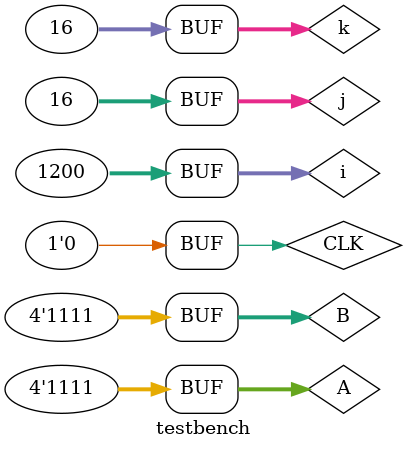
<source format=sv>
`timescale 1ns/1ns

module testbench;
  reg CLK;
  reg [3:0] A,B;
  wire [7:0] P;
  integer j,k,i;
  multiplier t0(CLK,A,B,P);
  
  initial begin
    CLK = 0;
    for(i = 0;i < 1200;i=i+1)
      #5 CLK = ~CLK;
  end
  
  initial begin
    $dumpfile("dump.vcd");
    $dumpvars(1);
    for(k = 0;k <= 15;k=k+1)
      begin
        A = k;
        for(j = 0;j <= 15;j=j+1)
          begin
			B = j;
            #20;
          end
      end
  end
endmodule
</source>
